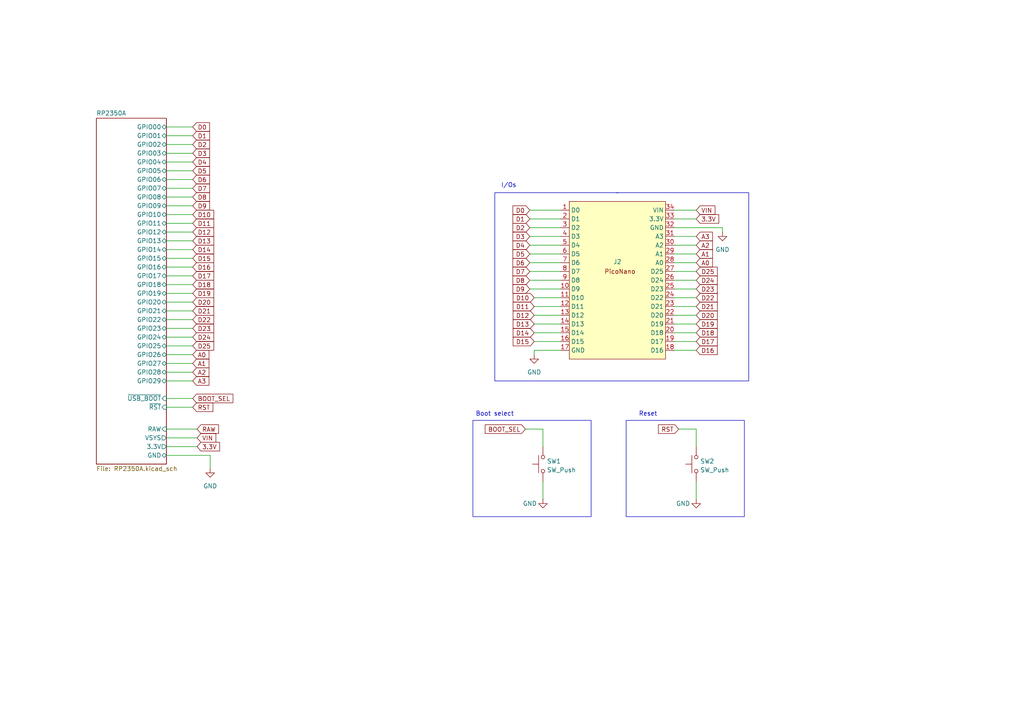
<source format=kicad_sch>
(kicad_sch (version 20250114) (generator "eeschema") (generator_version "9.0")
  (paper "A4")
  (title_block (title "RP2350A Template") (date "2025-10-10") (rev "REV0") (company "MobiFlight"))
  (lib_symbols
    (symbol "MobiFlight:PicoNano"
      (property "Reference" "J" (at -2.54 8.89 0))
      (symbol "PicoNano_1_1"
        (rectangle (start -13.97 22.86) (end 13.97 -22.86) (fill (type color) (color 255 255 194 1)))
        (text "PicoNano" (at 0.762 2.54 0) (effects (font (size 1.27 1.27))))
        (pin bidirectional line (at -16.51 20.32 0) (length 2.54) (name "D0") (number "1"))
        (pin bidirectional line (at -16.51 17.78 0) (length 2.54) (name "D1") (number "2"))
        (pin bidirectional line (at -16.51 15.24 0) (length 2.54) (name "D2") (number "3"))
        (pin bidirectional line (at -16.51 12.7 0) (length 2.54) (name "D3") (number "4"))
        (pin bidirectional line (at -16.51 10.16 0) (length 2.54) (name "D4") (number "5"))
        (pin bidirectional line (at -16.51 7.62 0) (length 2.54) (name "D5") (number "6"))
        (pin bidirectional line (at -16.51 5.08 0) (length 2.54) (name "D6") (number "7"))
        (pin bidirectional line (at -16.51 2.54 0) (length 2.54) (name "D7") (number "8"))
        (pin bidirectional line (at -16.51 0 0) (length 2.54) (name "D8") (number "9"))
        (pin bidirectional line (at -16.51 -2.54 0) (length 2.54) (name "D9") (number "10"))
        (pin bidirectional line (at -16.51 -5.08 0) (length 2.54) (name "D10") (number "11"))
        (pin bidirectional line (at -16.51 -7.62 0) (length 2.54) (name "D11") (number "12"))
        (pin bidirectional line (at -16.51 -10.16 0) (length 2.54) (name "D12") (number "13"))
        (pin bidirectional line (at -16.51 -12.7 0) (length 2.54) (name "D13") (number "14"))
        (pin bidirectional line (at -16.51 -15.24 0) (length 2.54) (name "D14") (number "15"))
        (pin bidirectional line (at -16.51 -17.78 0) (length 2.54) (name "D15") (number "16"))
        (pin power_out line (at -16.51 -20.32 0) (length 2.54) (name "GND") (number "17"))
        (pin power_out line (at 16.51 20.32 180) (length 2.54) (name "VIN") (number "34"))
        (pin power_out line (at 16.51 17.78 180) (length 2.54) (name "3.3V") (number "33"))
        (pin power_out line (at 16.51 15.24 180) (length 2.54) (name "GND") (number "32"))
        (pin bidirectional line (at 16.51 12.7 180) (length 2.54) (name "A3") (number "31"))
        (pin bidirectional line (at 16.51 10.16 180) (length 2.54) (name "A2") (number "30"))
        (pin bidirectional line (at 16.51 7.62 180) (length 2.54) (name "A1") (number "29"))
        (pin bidirectional line (at 16.51 5.08 180) (length 2.54) (name "A0") (number "28"))
        (pin bidirectional line (at 16.51 2.54 180) (length 2.54) (name "D25") (number "27"))
        (pin bidirectional line (at 16.51 0 180) (length 2.54) (name "D24") (number "26"))
        (pin bidirectional line (at 16.51 -2.54 180) (length 2.54) (name "D23") (number "25"))
        (pin bidirectional line (at 16.51 -5.08 180) (length 2.54) (name "D22") (number "24"))
        (pin bidirectional line (at 16.51 -7.62 180) (length 2.54) (name "D21") (number "23"))
        (pin bidirectional line (at 16.51 -10.16 180) (length 2.54) (name "D20") (number "22"))
        (pin bidirectional line (at 16.51 -12.7 180) (length 2.54) (name "D19") (number "21"))
        (pin bidirectional line (at 16.51 -15.24 180) (length 2.54) (name "D18") (number "20"))
        (pin bidirectional line (at 16.51 -17.78 180) (length 2.54) (name "D17") (number "19"))
        (pin bidirectional line (at 16.51 -20.32 180) (length 2.54) (name "D16") (number "18"))
      )
    )
    (symbol "Switch:SW_Push" (pin_numbers (hide yes)) (pin_names (offset 1.016) (hide yes))
      (property "Reference" "SW" (at 1.27 2.54 0))
      (property "Value" "SW_Push" (at 0 -1.524 0))
      (symbol "SW_Push_0_1"
        (circle (center -2.032 0) (radius 0.508))
        (polyline (pts (xy 0 1.27) (xy 0 3.048)))
        (circle (center 2.032 0) (radius 0.508))
        (polyline (pts (xy 2.54 1.27) (xy -2.54 1.27)))
        (pin passive line (at -5.08 0 0) (length 2.54) (name "1") (number "1"))
        (pin passive line (at 5.08 0 180) (length 2.54) (name "2") (number "2"))
      )
    )
    (symbol "power:GND" (power) (pin_numbers (hide yes)) (pin_names (offset 0) (hide yes))
      (property "Value" "GND" (at 0 -3.81 0))
      (symbol "GND_0_1"
        (polyline (pts (xy 0 0) (xy 0 -1.27) (xy 1.27 -1.27) (xy 0 -2.54) (xy -1.27 -1.27) (xy 0 -1.27)))
      )
      (symbol "GND_1_1"
        (pin power_in line (at 0 0 270) (length 0) (name "~") (number "1"))
      )
    )
  )
  (rectangle (start 137.16 121.92) (end 171.45 149.86))
  (rectangle (start 143.51 55.88) (end 217.17 110.49))
  (rectangle (start 181.61 121.92) (end 215.9 149.86))
  (text "Reset" (at 187.96 120.142 0) (effects (font (size 1.27 1.27))))
  (text "Boot select" (at 143.51 120.142 0) (effects (font (size 1.27 1.27))))
  (text "I/Os" (at 147.574 53.848 0) (effects (font (size 1.27 1.27))))
  (wire (pts (xy 60.96 132.08) (xy 60.96 135.89)))
  (wire (pts (xy 48.26 80.01) (xy 55.88 80.01)))
  (wire (pts (xy 48.26 107.95) (xy 55.88 107.95)))
  (wire (pts (xy 48.26 100.33) (xy 55.88 100.33)))
  (wire (pts (xy 153.67 76.2) (xy 162.56 76.2)))
  (wire (pts (xy 48.26 52.07) (xy 55.88 52.07)))
  (wire (pts (xy 154.94 101.6) (xy 162.56 101.6)))
  (wire (pts (xy 195.58 78.74) (xy 201.93 78.74)))
  (wire (pts (xy 157.48 124.46) (xy 157.48 129.54)))
  (wire (pts (xy 201.93 139.7) (xy 201.93 144.78)))
  (wire (pts (xy 48.26 77.47) (xy 55.88 77.47)))
  (wire (pts (xy 48.26 46.99) (xy 55.88 46.99)))
  (wire (pts (xy 48.26 36.83) (xy 55.88 36.83)))
  (wire (pts (xy 154.94 91.44) (xy 162.56 91.44)))
  (wire (pts (xy 153.67 78.74) (xy 162.56 78.74)))
  (wire (pts (xy 48.26 39.37) (xy 55.88 39.37)))
  (wire (pts (xy 153.67 66.04) (xy 162.56 66.04)))
  (wire (pts (xy 48.26 64.77) (xy 55.88 64.77)))
  (wire (pts (xy 154.94 99.06) (xy 162.56 99.06)))
  (wire (pts (xy 195.58 76.2) (xy 201.93 76.2)))
  (wire (pts (xy 153.67 83.82) (xy 162.56 83.82)))
  (wire (pts (xy 153.67 81.28) (xy 162.56 81.28)))
  (wire (pts (xy 152.4 124.46) (xy 157.48 124.46)))
  (wire (pts (xy 48.26 41.91) (xy 55.88 41.91)))
  (wire (pts (xy 48.26 90.17) (xy 55.88 90.17)))
  (wire (pts (xy 195.58 99.06) (xy 201.93 99.06)))
  (wire (pts (xy 48.26 74.93) (xy 55.88 74.93)))
  (wire (pts (xy 195.58 101.6) (xy 201.93 101.6)))
  (wire (pts (xy 153.67 68.58) (xy 162.56 68.58)))
  (wire (pts (xy 48.26 110.49) (xy 55.88 110.49)))
  (wire (pts (xy 209.55 66.04) (xy 209.55 67.31)))
  (wire (pts (xy 48.26 124.46) (xy 57.15 124.46)))
  (wire (pts (xy 154.94 86.36) (xy 162.56 86.36)))
  (wire (pts (xy 48.26 57.15) (xy 55.88 57.15)))
  (wire (pts (xy 154.94 96.52) (xy 162.56 96.52)))
  (wire (pts (xy 196.85 124.46) (xy 201.93 124.46)))
  (wire (pts (xy 195.58 71.12) (xy 201.93 71.12)))
  (wire (pts (xy 195.58 91.44) (xy 201.93 91.44)))
  (wire (pts (xy 48.26 44.45) (xy 55.88 44.45)))
  (wire (pts (xy 48.26 54.61) (xy 55.88 54.61)))
  (wire (pts (xy 48.26 95.25) (xy 55.88 95.25)))
  (wire (pts (xy 48.26 87.63) (xy 55.88 87.63)))
  (wire (pts (xy 48.26 85.09) (xy 55.88 85.09)))
  (wire (pts (xy 195.58 73.66) (xy 201.93 73.66)))
  (wire (pts (xy 195.58 81.28) (xy 201.93 81.28)))
  (wire (pts (xy 195.58 83.82) (xy 201.93 83.82)))
  (wire (pts (xy 195.58 96.52) (xy 201.93 96.52)))
  (wire (pts (xy 48.26 82.55) (xy 55.88 82.55)))
  (wire (pts (xy 153.67 73.66) (xy 162.56 73.66)))
  (wire (pts (xy 48.26 92.71) (xy 55.88 92.71)))
  (wire (pts (xy 195.58 86.36) (xy 201.93 86.36)))
  (wire (pts (xy 48.26 69.85) (xy 55.88 69.85)))
  (wire (pts (xy 157.48 139.7) (xy 157.48 144.78)))
  (wire (pts (xy 48.26 115.57) (xy 55.88 115.57)))
  (wire (pts (xy 154.94 93.98) (xy 162.56 93.98)))
  (wire (pts (xy 48.26 72.39) (xy 55.88 72.39)))
  (wire (pts (xy 48.26 129.54) (xy 57.15 129.54)))
  (wire (pts (xy 201.93 124.46) (xy 201.93 129.54)))
  (wire (pts (xy 195.58 66.04) (xy 209.55 66.04)))
  (wire (pts (xy 195.58 68.58) (xy 201.93 68.58)))
  (wire (pts (xy 153.67 71.12) (xy 162.56 71.12)))
  (wire (pts (xy 195.58 60.96) (xy 201.93 60.96)))
  (wire (pts (xy 195.58 63.5) (xy 201.93 63.5)))
  (wire (pts (xy 48.26 59.69) (xy 55.88 59.69)))
  (wire (pts (xy 48.26 97.79) (xy 55.88 97.79)))
  (wire (pts (xy 154.94 88.9) (xy 162.56 88.9)))
  (wire (pts (xy 48.26 105.41) (xy 55.88 105.41)))
  (wire (pts (xy 48.26 49.53) (xy 55.88 49.53)))
  (wire (pts (xy 48.26 67.31) (xy 55.88 67.31)))
  (wire (pts (xy 48.26 62.23) (xy 55.88 62.23)))
  (wire (pts (xy 154.94 102.87) (xy 154.94 101.6)))
  (wire (pts (xy 195.58 88.9) (xy 201.93 88.9)))
  (wire (pts (xy 153.67 60.96) (xy 162.56 60.96)))
  (wire (pts (xy 48.26 127) (xy 57.15 127)))
  (wire (pts (xy 153.67 63.5) (xy 162.56 63.5)))
  (wire (pts (xy 48.26 102.87) (xy 55.88 102.87)))
  (wire (pts (xy 195.58 93.98) (xy 201.93 93.98)))
  (wire (pts (xy 48.26 132.08) (xy 60.96 132.08)))
  (wire (pts (xy 48.26 118.11) (xy 55.88 118.11)))
  (global_label "D11" (shape input) (at 154.94 88.9 180) (property "Intersheetrefs" "${INTERSHEET_REFS}" (effects (hide yes))))
  (global_label "D25" (shape input) (at 55.88 100.33 0) (property "Intersheetrefs" "${INTERSHEET_REFS}" (effects (hide yes))))
  (global_label "D5" (shape input) (at 55.88 49.53 0) (property "Intersheetrefs" "${INTERSHEET_REFS}" (effects (hide yes))))
  (global_label "D6" (shape input) (at 153.67 76.2 180) (property "Intersheetrefs" "${INTERSHEET_REFS}" (effects (hide yes))))
  (global_label "D5" (shape input) (at 153.67 73.66 180) (property "Intersheetrefs" "${INTERSHEET_REFS}" (effects (hide yes))))
  (global_label "A3" (shape input) (at 55.88 110.49 0) (property "Intersheetrefs" "${INTERSHEET_REFS}" (effects (hide yes))))
  (global_label "D13" (shape input) (at 154.94 93.98 180) (property "Intersheetrefs" "${INTERSHEET_REFS}" (effects (hide yes))))
  (global_label "3.3V" (shape input) (at 57.15 129.54 0) (property "Intersheetrefs" "${INTERSHEET_REFS}" (effects (hide yes))))
  (global_label "A2" (shape input) (at 55.88 107.95 0) (property "Intersheetrefs" "${INTERSHEET_REFS}" (effects (hide yes))))
  (global_label "D1" (shape input) (at 153.67 63.5 180) (property "Intersheetrefs" "${INTERSHEET_REFS}" (effects (hide yes))))
  (global_label "D11" (shape input) (at 55.88 64.77 0) (property "Intersheetrefs" "${INTERSHEET_REFS}" (effects (hide yes))))
  (global_label "BOOT_SEL" (shape input) (at 55.88 115.57 0) (property "Intersheetrefs" "${INTERSHEET_REFS}" (effects (hide yes))))
  (global_label "D2" (shape input) (at 55.88 41.91 0) (property "Intersheetrefs" "${INTERSHEET_REFS}" (effects (hide yes))))
  (global_label "D23" (shape input) (at 55.88 95.25 0) (property "Intersheetrefs" "${INTERSHEET_REFS}" (effects (hide yes))))
  (global_label "D25" (shape input) (at 201.93 78.74 0) (property "Intersheetrefs" "${INTERSHEET_REFS}" (effects (hide yes))))
  (global_label "D2" (shape input) (at 153.67 66.04 180) (property "Intersheetrefs" "${INTERSHEET_REFS}" (effects (hide yes))))
  (global_label "RST" (shape input) (at 55.88 118.11 0) (property "Intersheetrefs" "${INTERSHEET_REFS}" (effects (hide yes))))
  (global_label "D7" (shape input) (at 55.88 54.61 0) (property "Intersheetrefs" "${INTERSHEET_REFS}" (effects (hide yes))))
  (global_label "D8" (shape input) (at 153.67 81.28 180) (property "Intersheetrefs" "${INTERSHEET_REFS}" (effects (hide yes))))
  (global_label "D20" (shape input) (at 201.93 91.44 0) (property "Intersheetrefs" "${INTERSHEET_REFS}" (effects (hide yes))))
  (global_label "D20" (shape input) (at 55.88 87.63 0) (property "Intersheetrefs" "${INTERSHEET_REFS}" (effects (hide yes))))
  (global_label "D17" (shape input) (at 201.93 99.06 0) (property "Intersheetrefs" "${INTERSHEET_REFS}" (effects (hide yes))))
  (global_label "D19" (shape input) (at 55.88 85.09 0) (property "Intersheetrefs" "${INTERSHEET_REFS}" (effects (hide yes))))
  (global_label "D4" (shape input) (at 153.67 71.12 180) (property "Intersheetrefs" "${INTERSHEET_REFS}" (effects (hide yes))))
  (global_label "A0" (shape input) (at 201.93 76.2 0) (property "Intersheetrefs" "${INTERSHEET_REFS}" (effects (hide yes))))
  (global_label "D3" (shape input) (at 55.88 44.45 0) (property "Intersheetrefs" "${INTERSHEET_REFS}" (effects (hide yes))))
  (global_label "RAW" (shape input) (at 57.15 124.46 0) (property "Intersheetrefs" "${INTERSHEET_REFS}" (effects (hide yes))))
  (global_label "D13" (shape input) (at 55.88 69.85 0) (property "Intersheetrefs" "${INTERSHEET_REFS}" (effects (hide yes))))
  (global_label "D18" (shape input) (at 55.88 82.55 0) (property "Intersheetrefs" "${INTERSHEET_REFS}" (effects (hide yes))))
  (global_label "D15" (shape input) (at 154.94 99.06 180) (property "Intersheetrefs" "${INTERSHEET_REFS}" (effects (hide yes))))
  (global_label "D21" (shape input) (at 201.93 88.9 0) (property "Intersheetrefs" "${INTERSHEET_REFS}" (effects (hide yes))))
  (global_label "D4" (shape input) (at 55.88 46.99 0) (property "Intersheetrefs" "${INTERSHEET_REFS}" (effects (hide yes))))
  (global_label "BOOT_SEL" (shape input) (at 152.4 124.46 180) (property "Intersheetrefs" "${INTERSHEET_REFS}" (effects (hide yes))))
  (global_label "D23" (shape input) (at 201.93 83.82 0) (property "Intersheetrefs" "${INTERSHEET_REFS}" (effects (hide yes))))
  (global_label "D17" (shape input) (at 55.88 80.01 0) (property "Intersheetrefs" "${INTERSHEET_REFS}" (effects (hide yes))))
  (global_label "D24" (shape input) (at 55.88 97.79 0) (property "Intersheetrefs" "${INTERSHEET_REFS}" (effects (hide yes))))
  (global_label "VIN" (shape input) (at 201.93 60.96 0) (property "Intersheetrefs" "${INTERSHEET_REFS}" (effects (hide yes))))
  (global_label "D9" (shape input) (at 153.67 83.82 180) (property "Intersheetrefs" "${INTERSHEET_REFS}" (effects (hide yes))))
  (global_label "D16" (shape input) (at 201.93 101.6 0) (property "Intersheetrefs" "${INTERSHEET_REFS}" (effects (hide yes))))
  (global_label "D18" (shape input) (at 201.93 96.52 0) (property "Intersheetrefs" "${INTERSHEET_REFS}" (effects (hide yes))))
  (global_label "D10" (shape input) (at 55.88 62.23 0) (property "Intersheetrefs" "${INTERSHEET_REFS}" (effects (hide yes))))
  (global_label "D12" (shape input) (at 154.94 91.44 180) (property "Intersheetrefs" "${INTERSHEET_REFS}" (effects (hide yes))))
  (global_label "RST" (shape input) (at 196.85 124.46 180) (property "Intersheetrefs" "${INTERSHEET_REFS}" (effects (hide yes))))
  (global_label "D14" (shape input) (at 154.94 96.52 180) (property "Intersheetrefs" "${INTERSHEET_REFS}" (effects (hide yes))))
  (global_label "D0" (shape input) (at 153.67 60.96 180) (property "Intersheetrefs" "${INTERSHEET_REFS}" (effects (hide yes))))
  (global_label "3.3V" (shape input) (at 201.93 63.5 0) (property "Intersheetrefs" "${INTERSHEET_REFS}" (effects (hide yes))))
  (global_label "D9" (shape input) (at 55.88 59.69 0) (property "Intersheetrefs" "${INTERSHEET_REFS}" (effects (hide yes))))
  (global_label "D10" (shape input) (at 154.94 86.36 180) (property "Intersheetrefs" "${INTERSHEET_REFS}" (effects (hide yes))))
  (global_label "A3" (shape input) (at 201.93 68.58 0) (property "Intersheetrefs" "${INTERSHEET_REFS}" (effects (hide yes))))
  (global_label "D3" (shape input) (at 153.67 68.58 180) (property "Intersheetrefs" "${INTERSHEET_REFS}" (effects (hide yes))))
  (global_label "D1" (shape input) (at 55.88 39.37 0) (property "Intersheetrefs" "${INTERSHEET_REFS}" (effects (hide yes))))
  (global_label "D8" (shape input) (at 55.88 57.15 0) (property "Intersheetrefs" "${INTERSHEET_REFS}" (effects (hide yes))))
  (global_label "D12" (shape input) (at 55.88 67.31 0) (property "Intersheetrefs" "${INTERSHEET_REFS}" (effects (hide yes))))
  (global_label "D24" (shape input) (at 201.93 81.28 0) (property "Intersheetrefs" "${INTERSHEET_REFS}" (effects (hide yes))))
  (global_label "D19" (shape input) (at 201.93 93.98 0) (property "Intersheetrefs" "${INTERSHEET_REFS}" (effects (hide yes))))
  (global_label "D22" (shape input) (at 201.93 86.36 0) (property "Intersheetrefs" "${INTERSHEET_REFS}" (effects (hide yes))))
  (global_label "D6" (shape input) (at 55.88 52.07 0) (property "Intersheetrefs" "${INTERSHEET_REFS}" (effects (hide yes))))
  (global_label "D14" (shape input) (at 55.88 72.39 0) (property "Intersheetrefs" "${INTERSHEET_REFS}" (effects (hide yes))))
  (global_label "D7" (shape input) (at 153.67 78.74 180) (property "Intersheetrefs" "${INTERSHEET_REFS}" (effects (hide yes))))
  (global_label "A2" (shape input) (at 201.93 71.12 0) (property "Intersheetrefs" "${INTERSHEET_REFS}" (effects (hide yes))))
  (global_label "D16" (shape input) (at 55.88 77.47 0) (property "Intersheetrefs" "${INTERSHEET_REFS}" (effects (hide yes))))
  (global_label "D22" (shape input) (at 55.88 92.71 0) (property "Intersheetrefs" "${INTERSHEET_REFS}" (effects (hide yes))))
  (global_label "VIN" (shape input) (at 57.15 127 0) (property "Intersheetrefs" "${INTERSHEET_REFS}" (effects (hide yes))))
  (global_label "A1" (shape input) (at 201.93 73.66 0) (property "Intersheetrefs" "${INTERSHEET_REFS}" (effects (hide yes))))
  (global_label "D21" (shape input) (at 55.88 90.17 0) (property "Intersheetrefs" "${INTERSHEET_REFS}" (effects (hide yes))))
  (global_label "D15" (shape input) (at 55.88 74.93 0) (property "Intersheetrefs" "${INTERSHEET_REFS}" (effects (hide yes))))
  (global_label "D0" (shape input) (at 55.88 36.83 0) (property "Intersheetrefs" "${INTERSHEET_REFS}" (effects (hide yes))))
  (global_label "A1" (shape input) (at 55.88 105.41 0) (property "Intersheetrefs" "${INTERSHEET_REFS}" (effects (hide yes))))
  (global_label "A0" (shape input) (at 55.88 102.87 0) (property "Intersheetrefs" "${INTERSHEET_REFS}" (effects (hide yes))))
  (symbol (lib_id "power:GND") (at 60.96 135.89 0) (unit 1)
    (property "Reference" "#PWR04" (effects (hide yes)))
    (property "Value" "GND" (at 60.96 140.97 0))
    (property "Description" "Power symbol creates a global label with name \"GND\" , ground" (effects (hide yes)))
  )
  (symbol (lib_id "power:GND") (at 157.48 144.78 0) (unit 1)
    (property "Reference" "#PWR08" (effects (hide yes)))
    (property "Value" "GND" (at 153.67 146.05 0))
    (property "Description" "Power symbol creates a global label with name \"GND\" , ground" (effects (hide yes)))
  )
  (symbol (lib_id "Switch:SW_Push") (at 201.93 134.62 90) (unit 1)
    (property "Reference" "SW2" (at 203.073 133.7853 90) (effects (justify right)))
    (property "Value" "SW_Push" (at 203.073 136.3222 90) (effects (justify right)))
    (property "Footprint" "MobiFlight:SW_Push_1P1T_NO_Vertical_Wuerth_434133025816" (effects (hide yes)))
    (property "LCSC" "C92589" (effects (hide yes)))
  )
  (symbol (lib_id "power:GND") (at 154.94 102.87 0) (unit 1)
    (property "Reference" "#PWR011" (effects (hide yes)))
    (property "Value" "GND" (at 154.94 107.95 0))
    (property "Description" "Power symbol creates a global label with name \"GND\" , ground" (effects (hide yes)))
  )
  (symbol (lib_id "MobiFlight:PicoNano") (at 179.07 81.28 0) (unit 1)
    (property "Reference" "J2" (at 179.07 75.946 0))
    (property "Value" "~" (at 179.07 55.88 0))
    (property "Footprint" "MobiFlight:PicoNano" (effects (hide yes)))
  )
  (symbol (lib_id "power:GND") (at 209.55 67.31 0) (unit 1)
    (property "Reference" "#PWR09" (effects (hide yes)))
    (property "Value" "GND" (at 209.55 72.39 0))
    (property "Description" "Power symbol creates a global label with name \"GND\" , ground" (effects (hide yes)))
  )
  (symbol (lib_id "Switch:SW_Push") (at 157.48 134.62 90) (unit 1)
    (property "Reference" "SW1" (at 158.623 133.7853 90) (effects (justify right)))
    (property "Value" "SW_Push" (at 158.623 136.3222 90) (effects (justify right)))
    (property "Footprint" "MobiFlight:SW_Push_1P1T_NO_Vertical_Wuerth_434133025816" (effects (hide yes)))
    (property "LCSC" "C92589" (effects (hide yes)))
  )
  (symbol (lib_id "power:GND") (at 201.93 144.78 0) (unit 1)
    (property "Reference" "#PWR017" (effects (hide yes)))
    (property "Value" "GND" (at 198.12 146.05 0))
    (property "Description" "Power symbol creates a global label with name \"GND\" , ground" (effects (hide yes)))
  )
  (sheet (at 27.94 34.29) (size 20.32 100.33) (stroke (width 0.1524))
    (property "Sheetname" "RP2350A" (at 27.94 33.5784 0) (effects (justify left bottom)))
    (property "Sheetfile" "RP2350A.kicad_sch" (at 27.94 135.2046 0) (effects (justify left top)))
    (pin "GPIO06" bidirectional (at 48.26 52.07 0))
    (pin "GPIO08" bidirectional (at 48.26 57.15 0))
    (pin "GPIO07" bidirectional (at 48.26 54.61 0))
    (pin "GPIO09" bidirectional (at 48.26 59.69 0))
    (pin "GPIO00" bidirectional (at 48.26 36.83 0))
    (pin "GPIO05" bidirectional (at 48.26 49.53 0))
    (pin "GPIO03" bidirectional (at 48.26 44.45 0))
    (pin "GPIO04" bidirectional (at 48.26 46.99 0))
    (pin "GPIO02" bidirectional (at 48.26 41.91 0))
    (pin "GPIO01" bidirectional (at 48.26 39.37 0))
    (pin "GPIO10" bidirectional (at 48.26 62.23 0))
    (pin "GPIO12" bidirectional (at 48.26 67.31 0))
    (pin "GPIO13" bidirectional (at 48.26 69.85 0))
    (pin "GPIO17" bidirectional (at 48.26 80.01 0))
    (pin "GPIO16" bidirectional (at 48.26 77.47 0))
    (pin "GPIO11" bidirectional (at 48.26 64.77 0))
    (pin "GPIO15" bidirectional (at 48.26 74.93 0))
    (pin "GPIO14" bidirectional (at 48.26 72.39 0))
    (pin "GPIO21" bidirectional (at 48.26 90.17 0))
    (pin "GPIO25" bidirectional (at 48.26 100.33 0))
    (pin "GPIO22" bidirectional (at 48.26 92.71 0))
    (pin "GPIO24" bidirectional (at 48.26 97.79 0))
    (pin "GPIO23" bidirectional (at 48.26 95.25 0))
    (pin "GPIO19" bidirectional (at 48.26 85.09 0))
    (pin "GPIO18" bidirectional (at 48.26 82.55 0))
    (pin "GPIO20" bidirectional (at 48.26 87.63 0))
    (pin "GPIO29" bidirectional (at 48.26 110.49 0))
    (pin "GPIO27" bidirectional (at 48.26 105.41 0))
    (pin "GPIO28" bidirectional (at 48.26 107.95 0))
    (pin "GPIO26" bidirectional (at 48.26 102.87 0))
    (pin "~{USB_BOOT}" input (at 48.26 115.57 0))
    (pin "GND" bidirectional (at 48.26 132.08 0))
    (pin "VSYS" output (at 48.26 127 0))
    (pin "RAW" input (at 48.26 124.46 0))
    (pin "3.3V" output (at 48.26 129.54 0))
    (pin "~{RST}" input (at 48.26 118.11 0))
  )
)
</source>
